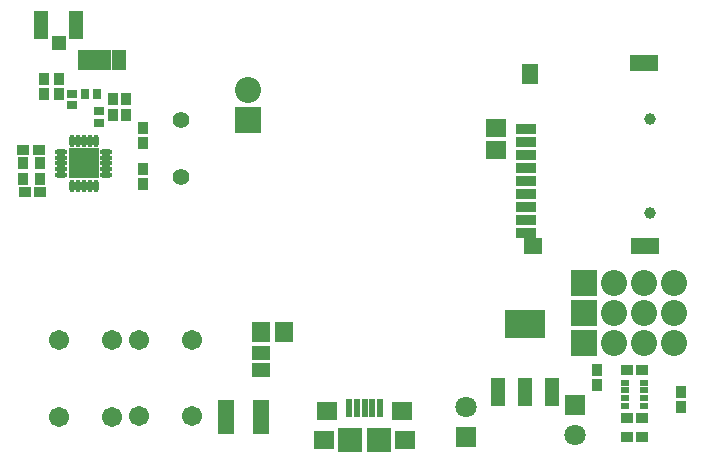
<source format=gts>
G04 DipTrace 3.0.0.1*
G04 ProjectXNew.gts*
%MOMM*%
G04 #@! TF.FileFunction,Soldermask,Top*
G04 #@! TF.Part,Single*
%ADD63C,1.0*%
%ADD69C,1.4232*%
%ADD71R,0.404X1.704*%
%ADD73R,1.204X1.704*%
%ADD75R,3.454X2.354*%
%ADD77R,1.154X2.354*%
%ADD79C,1.704*%
%ADD85R,2.204X2.204*%
%ADD87C,2.204*%
%ADD91R,2.654X2.654*%
%ADD93O,1.054X0.504*%
%ADD95O,0.504X1.054*%
%ADD97R,0.704X0.554*%
%ADD101R,1.504X1.704*%
%ADD103R,1.704X1.504*%
%ADD105R,0.794X0.924*%
%ADD107R,0.924X0.794*%
%ADD109R,2.104X2.104*%
%ADD111R,1.654X1.504*%
%ADD113R,1.804X1.604*%
%ADD115R,0.604X1.554*%
%ADD117R,1.254X2.404*%
%ADD119R,1.204X1.254*%
%ADD121R,1.404X1.804*%
%ADD123R,2.404X1.404*%
%ADD125R,1.604X1.404*%
%ADD127R,1.804X0.904*%
%ADD129R,1.354X2.904*%
%ADD131R,1.504X1.204*%
%ADD133C,1.804*%
%ADD135R,1.804X1.804*%
%ADD137R,0.904X1.104*%
%ADD139R,1.104X0.904*%
%FSLAX35Y35*%
G04*
G71*
G90*
G75*
G01*
G04 TopMask*
%LPD*%
D139*
X698573Y-968477D3*
X828573D3*
X-4270823Y539807D3*
X-4400823D3*
D137*
X-4270823Y777957D3*
Y647957D3*
X-4413713Y777957D3*
Y647957D3*
X-4112057Y1365393D3*
Y1495393D3*
X-4239070Y1492407D3*
Y1362407D3*
X-3651633Y1190750D3*
Y1320750D3*
X-3540497Y1190750D3*
Y1320750D3*
X-3397607Y603313D3*
Y733313D3*
Y1079613D3*
Y949613D3*
D135*
X254027Y-1270133D3*
D133*
Y-1524133D3*
D135*
X-666820Y-1540037D3*
D133*
Y-1286037D3*
D131*
X-2397377Y-968477D3*
Y-828477D3*
D129*
X-2699033Y-1365393D3*
X-2399033D3*
D127*
X-158767Y190520D3*
Y300520D3*
Y410520D3*
Y520520D3*
Y630520D3*
Y740520D3*
Y850520D3*
Y960520D3*
X-160767Y1070520D3*
D125*
X-98767Y75520D3*
D123*
X851233D3*
D121*
X-120767Y1535520D3*
D123*
X839233Y1625520D3*
D63*
X892233Y355520D3*
X889233Y1155520D3*
D119*
X-4112057Y1794063D3*
D117*
X-3964557Y1951563D3*
X-4259557D3*
D115*
X-1654000Y-1292333D3*
X-1589000D3*
X-1524000D3*
X-1459000D3*
X-1394000D3*
D113*
X-1844000Y-1314833D3*
X-1204000D3*
D111*
X-1866500Y-1559833D3*
X-1181500D3*
D109*
X-1644000D3*
X-1404000D3*
D107*
X-4000920Y1270133D3*
Y1366133D3*
X-3773000Y1123000D3*
Y1219000D3*
D105*
X-3889783Y1365393D3*
X-3793783D3*
D137*
X1158997Y-1286010D3*
Y-1156010D3*
D139*
X698573Y-1540037D3*
X828573D3*
X698573Y-1381270D3*
X828573D3*
D137*
X443667Y-1098667D3*
Y-968667D3*
D139*
X-4413713Y889093D3*
X-4283713D3*
D103*
X-412793D3*
Y1079093D3*
D101*
X-2206857Y-650943D3*
X-2396857D3*
D97*
X841463Y-1079613D3*
Y-1143613D3*
Y-1209613D3*
Y-1274613D3*
X681463D3*
Y-1209613D3*
Y-1143613D3*
Y-1079613D3*
D95*
X-4000920Y587437D3*
X-3950920D3*
X-3900920D3*
X-3850920D3*
X-3800920D3*
D93*
X-3710920Y677437D3*
Y727437D3*
Y777437D3*
Y827437D3*
Y877437D3*
D95*
X-3800920Y967437D3*
X-3850920D3*
X-3900920D3*
X-3950920D3*
X-4000920D3*
D93*
X-4090920Y877437D3*
Y827437D3*
Y777437D3*
Y727437D3*
Y677437D3*
D91*
X-3900920Y777437D3*
D87*
X587437Y-238150D3*
X841437Y-238173D3*
X1095437D3*
D85*
X332437Y-238147D3*
D87*
X587437Y-492177D3*
X841437Y-492200D3*
X1095437D3*
D85*
X332437Y-492173D3*
D87*
X587437Y-746203D3*
X841437Y-746227D3*
X1095437D3*
D85*
X332437Y-746200D3*
D79*
X-2984813Y-714450D3*
Y-1364450D3*
X-3434813Y-714450D3*
Y-1364450D3*
X-4112057Y-1365393D3*
Y-715393D3*
X-3662057Y-1365393D3*
Y-715393D3*
D77*
X-396917Y-1158997D3*
X-166917D3*
X63083D3*
D75*
X-166917Y-578997D3*
D73*
X-3604003Y1651173D3*
X-3889780D3*
D71*
X-3719903D3*
X-3751703D3*
X-3783403D3*
X-3688103D3*
X-3815103D3*
D87*
X-2508513Y1397147D3*
D85*
X-2509513Y1143150D3*
D69*
X-3080073Y660520D3*
Y1143120D3*
M02*

</source>
